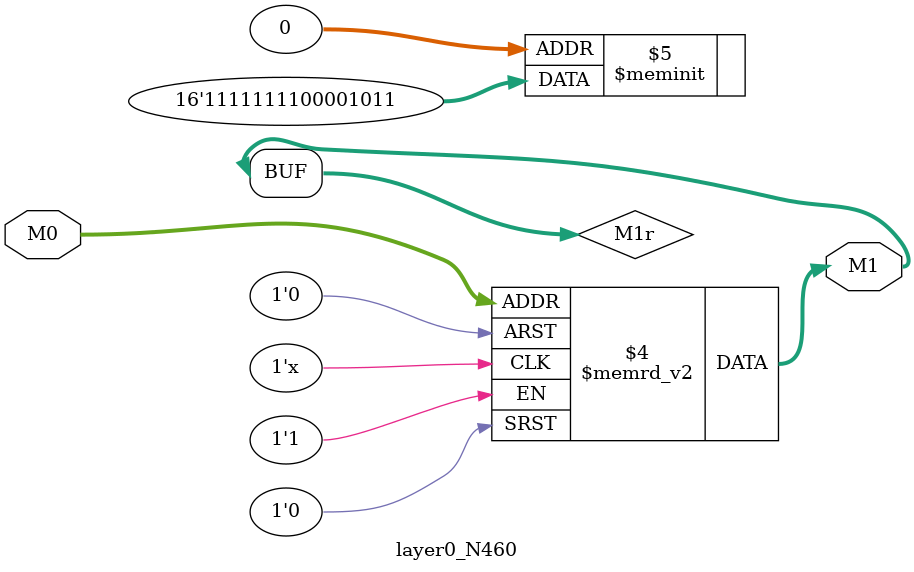
<source format=v>
module layer0_N460 ( input [2:0] M0, output [1:0] M1 );

	(*rom_style = "distributed" *) reg [1:0] M1r;
	assign M1 = M1r;
	always @ (M0) begin
		case (M0)
			3'b000: M1r = 2'b11;
			3'b100: M1r = 2'b11;
			3'b010: M1r = 2'b00;
			3'b110: M1r = 2'b11;
			3'b001: M1r = 2'b10;
			3'b101: M1r = 2'b11;
			3'b011: M1r = 2'b00;
			3'b111: M1r = 2'b11;

		endcase
	end
endmodule

</source>
